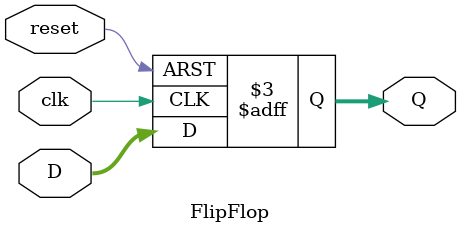
<source format=v>
`timescale 1ns / 1ps
module FlipFlop(
    input [1:0] D,
    input clk,
    input reset,
    output reg [1:0]Q    //reg para reservar un FlipFlop
    );
	 
	 always @(posedge clk, posedge reset)	 //a que voy  ser sensible
		begin //abro corchetes
			if(reset == 1)
				begin
					Q <=0;
				end 
			else
				begin
				 Q <= D;  //" tomo la foto"
				end
		end    // cerro corcheytes


endmodule

</source>
